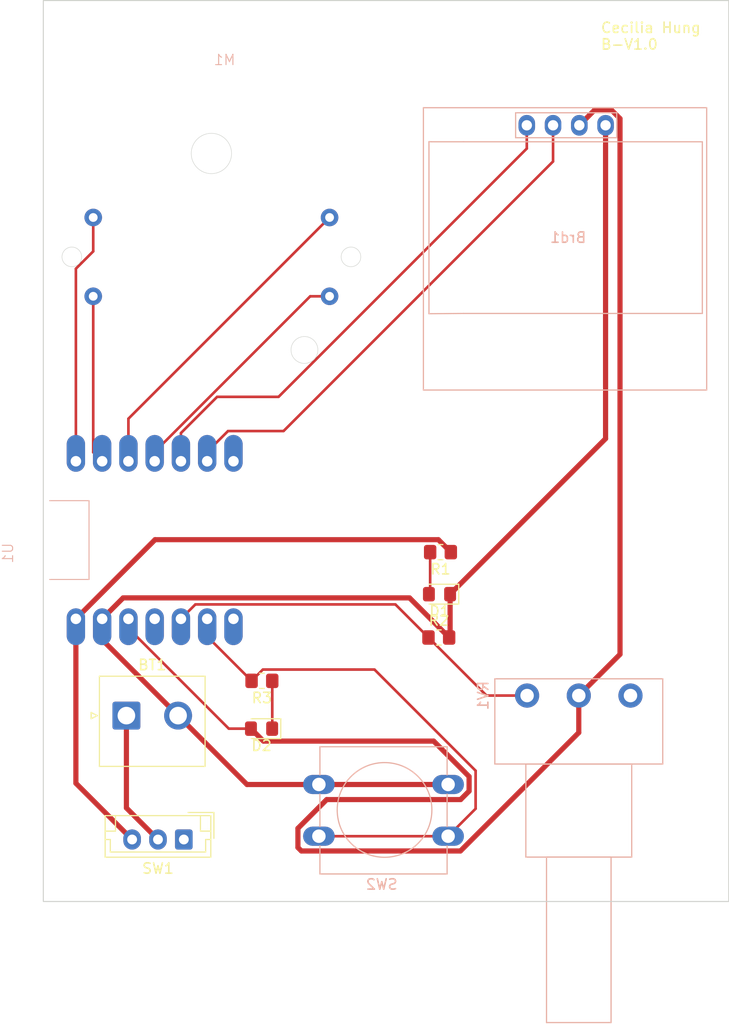
<source format=kicad_pcb>
(kicad_pcb (version 20221018) (generator pcbnew)
  (layers (0 "F.Cu" signal) (31 "B.Cu" signal) (34 "B.Paste" user) (35 "F.Paste" user) (36 "B.SilkS" user "B.Silkscreen") (37 "F.SilkS" user "F.Silkscreen") (38 "B.Mask" user) (39 "F.Mask" user) (44 "Edge.Cuts" user))
  (net 0 "")
  (net 1 "Net-(Brd1-SDA)")
  (net 2 "Net-(Brd1-SCL)")
  (net 3 "GND")
  (net 4 "/3V3")
  (net 5 "/BAT")
  (net 6 "Net-(D1-A)")
  (net 7 "Net-(D2-K)")
  (net 8 "Net-(U1-GPIO1_A0_D0)")
  (net 9 "Net-(M1--)")
  (net 10 "Net-(U1-GPIO3_A2_D2)")
  (net 11 "Net-(U1-GPIO4_A3_D3)")
  (net 12 "/VCC")
  (net 13 "Net-(U1-GPIO8_A9_D9_CIPO)")
  (net 14 "Net-(SW2-A)")
  (footprint "Connector_JST:JST_NV_B02P-NV_1x02_P5.00mm_Vertical" (layer "F.Cu") (at 74.5829 125.2816)
    (fp_text reference "BT1" (at 2.5 -4.9) (layer "F.SilkS"))
    (fp_text value "Battery_Cell")
    (fp_line (start -3.41 -0.3) (end -2.81 0) (stroke (width 0.12)) (layer "F.SilkS"))
    (fp_line (start -3.41 0.3) (end -3.41 -0.3) (stroke (width 0.12)) (layer "F.SilkS"))
    (fp_line (start -2.81 0) (end -3.41 0.3) (stroke (width 0.12)) (layer "F.SilkS"))
    (fp_line (start -2.61 -3.81) (end -2.61 4.91) (stroke (width 0.12)) (layer "F.SilkS"))
    (fp_line (start -2.61 4.91) (end 7.61 4.91) (stroke (width 0.12)) (layer "F.SilkS"))
    (fp_line (start 7.61 -3.81) (end -2.61 -3.81) (stroke (width 0.12)) (layer "F.SilkS"))
    (fp_line (start 7.61 4.91) (end 7.61 -3.81) (stroke (width 0.12)) (layer "F.SilkS"))
    (pad "1" thru_hole roundrect (at 0 0) (size 2.7 2.7) (drill 1.7) (layers "*.Cu" "*.Mask") (roundrect_rratio 0.09259296296) (net 5 "/BAT"))
    (pad "2" thru_hole circle (at 5 0) (size 2.7 2.7) (drill 1.7) (layers "*.Cu" "*.Mask") (net 3 "GND"))
  )
  (footprint "LED_SMD:LED_0805_2012Metric_Pad1.15x1.40mm_HandSolder" (layer "F.Cu") (at 104.8676 113.538 180)
    (fp_text reference "D1" (at 0 -1.65) (layer "F.SilkS"))
    (fp_text value "LED")
    (fp_line (start -1.86 -0.96) (end -1.86 0.96) (stroke (width 0.12)) (layer "F.SilkS"))
    (fp_line (start -1.86 0.96) (end 1 0.96) (stroke (width 0.12)) (layer "F.SilkS"))
    (fp_line (start 1 -0.96) (end -1.86 -0.96) (stroke (width 0.12)) (layer "F.SilkS"))
    (pad "1" smd roundrect (at -1.025 0 180) (size 1.15 1.4) (layers "F.Cu" "F.Paste" "F.Mask") (roundrect_rratio 0.2173913043) (net 3 "GND"))
    (pad "2" smd roundrect (at 1.025 0 180) (size 1.15 1.4) (layers "F.Cu" "F.Paste" "F.Mask") (roundrect_rratio 0.2173913043) (net 6 "Net-(D1-A)"))
  )
  (footprint "Connector_JST:JST_EH_B3B-EH-A_1x03_P2.50mm_Vertical" (layer "F.Cu") (at 80.137 137.2616 180)
    (fp_text reference "SW1" (at 2.5 -2.8) (layer "F.SilkS"))
    (fp_text value "SW_SPDT")
    (fp_line (start -2.91 0.11) (end -2.91 2.61) (stroke (width 0.12)) (layer "F.SilkS"))
    (fp_line (start -2.91 2.61) (end -0.41 2.61) (stroke (width 0.12)) (layer "F.SilkS"))
    (fp_line (start -2.61 -1.71) (end -2.61 2.31) (stroke (width 0.12)) (layer "F.SilkS"))
    (fp_line (start -2.61 0) (end -2.11 0) (stroke (width 0.12)) (layer "F.SilkS"))
    (fp_line (start -2.61 0.81) (end -1.61 0.81) (stroke (width 0.12)) (layer "F.SilkS"))
    (fp_line (start -2.61 2.31) (end 7.61 2.31) (stroke (width 0.12)) (layer "F.SilkS"))
    (fp_line (start -2.11 -1.21) (end 7.11 -1.21) (stroke (width 0.12)) (layer "F.SilkS"))
    (fp_line (start -2.11 0) (end -2.11 -1.21) (stroke (width 0.12)) (layer "F.SilkS"))
    (fp_line (start -1.61 0.81) (end -1.61 2.31) (stroke (width 0.12)) (layer "F.SilkS"))
    (fp_line (start 6.61 0.81) (end 6.61 2.31) (stroke (width 0.12)) (layer "F.SilkS"))
    (fp_line (start 7.11 -1.21) (end 7.11 0) (stroke (width 0.12)) (layer "F.SilkS"))
    (fp_line (start 7.11 0) (end 7.61 0) (stroke (width 0.12)) (layer "F.SilkS"))
    (fp_line (start 7.61 -1.71) (end -2.61 -1.71) (stroke (width 0.12)) (layer "F.SilkS"))
    (fp_line (start 7.61 0.81) (end 6.61 0.81) (stroke (width 0.12)) (layer "F.SilkS"))
    (fp_line (start 7.61 2.31) (end 7.61 -1.71) (stroke (width 0.12)) (layer "F.SilkS"))
    (pad "1" thru_hole roundrect (at 0 0 180) (size 1.7 1.95) (drill 0.95) (layers "*.Cu" "*.Mask") (roundrect_rratio 0.1470588235))
    (pad "2" thru_hole oval (at 2.5 0 180) (size 1.7 1.95) (drill 0.95) (layers "*.Cu" "*.Mask") (net 5 "/BAT"))
    (pad "3" thru_hole oval (at 5 0 180) (size 1.7 1.95) (drill 0.95) (layers "*.Cu" "*.Mask") (net 12 "/VCC"))
  )
  (footprint "Resistor_SMD:R_0805_2012Metric_Pad1.20x1.40mm_HandSolder" (layer "F.Cu") (at 104.8004 117.729)
    (fp_text reference "R2" (at 0 -1.65) (layer "F.SilkS"))
    (fp_text value "1kΩ")
    (fp_line (start -0.227064 -0.735) (end 0.227064 -0.735) (stroke (width 0.12)) (layer "F.SilkS"))
    (fp_line (start -0.227064 0.735) (end 0.227064 0.735) (stroke (width 0.12)) (layer "F.SilkS"))
    (pad "1" smd roundrect (at -1 0) (size 1.2 1.4) (layers "F.Cu" "F.Paste" "F.Mask") (roundrect_rratio 0.2083333333) (net 13 "Net-(U1-GPIO8_A9_D9_CIPO)"))
    (pad "2" smd roundrect (at 1 0) (size 1.2 1.4) (layers "F.Cu" "F.Paste" "F.Mask") (roundrect_rratio 0.2083333333) (net 3 "GND"))
  )
  (footprint "Resistor_SMD:R_0805_2012Metric_Pad1.20x1.40mm_HandSolder" (layer "F.Cu") (at 87.6902 121.92 180)
    (fp_text reference "R3" (at 0 -1.65) (layer "F.SilkS"))
    (fp_text value "65Ω")
    (fp_line (start -0.227064 -0.735) (end 0.227064 -0.735) (stroke (width 0.12)) (layer "F.SilkS"))
    (fp_line (start -0.227064 0.735) (end 0.227064 0.735) (stroke (width 0.12)) (layer "F.SilkS"))
    (pad "1" smd roundrect (at -1 0 180) (size 1.2 1.4) (layers "F.Cu" "F.Paste" "F.Mask") (roundrect_rratio 0.2083333333) (net 7 "Net-(D2-K)"))
    (pad "2" smd roundrect (at 1 0 180) (size 1.2 1.4) (layers "F.Cu" "F.Paste" "F.Mask") (roundrect_rratio 0.2083333333) (net 14 "Net-(SW2-A)"))
  )
  (footprint "LED_SMD:LED_0805_2012Metric_Pad1.15x1.40mm_HandSolder" (layer "F.Cu") (at 87.6554 126.5428 180)
    (fp_text reference "D2" (at 0 -1.65) (layer "F.SilkS"))
    (fp_text value "LED")
    (fp_line (start -1.86 -0.96) (end -1.86 0.96) (stroke (width 0.12)) (layer "F.SilkS"))
    (fp_line (start -1.86 0.96) (end 1 0.96) (stroke (width 0.12)) (layer "F.SilkS"))
    (fp_line (start 1 -0.96) (end -1.86 -0.96) (stroke (width 0.12)) (layer "F.SilkS"))
    (pad "1" smd roundrect (at -1.025 0 180) (size 1.15 1.4) (layers "F.Cu" "F.Paste" "F.Mask") (roundrect_rratio 0.2173913043) (net 7 "Net-(D2-K)"))
    (pad "2" smd roundrect (at 1.025 0 180) (size 1.15 1.4) (layers "F.Cu" "F.Paste" "F.Mask") (roundrect_rratio 0.2173913043) (net 4 "/3V3"))
  )
  (footprint "Resistor_SMD:R_0805_2012Metric_Pad1.20x1.40mm_HandSolder" (layer "F.Cu") (at 104.9622 109.474 180)
    (fp_text reference "R1" (at 0 -1.65) (layer "F.SilkS"))
    (fp_text value "85Ω")
    (fp_line (start -0.227064 -0.735) (end 0.227064 -0.735) (stroke (width 0.12)) (layer "F.SilkS"))
    (fp_line (start -0.227064 0.735) (end 0.227064 0.735) (stroke (width 0.12)) (layer "F.SilkS"))
    (pad "1" smd roundrect (at -1 0 180) (size 1.2 1.4) (layers "F.Cu" "F.Paste" "F.Mask") (roundrect_rratio 0.2083333333) (net 12 "/VCC"))
    (pad "2" smd roundrect (at 1 0 180) (size 1.2 1.4) (layers "F.Cu" "F.Paste" "F.Mask") (roundrect_rratio 0.2083333333) (net 6 "Net-(D1-A)"))
  )
  (footprint "demo_ssd1306:128x64OLED" (layer "B.Cu") (at 117.3094 78.799 180)
    (fp_text reference "Brd1" (at 0 -0.254) (layer "B.SilkS") (effects (justify mirror)))
    (fp_text value "SSD1306")
    (fp_line (start -13.4 -15) (end -13.4 12.3) (stroke (width 0.12)) (layer "B.SilkS"))
    (fp_line (start -13.4 12.3) (end 14 12.3) (stroke (width 0.12)) (layer "B.SilkS"))
    (fp_line (start -12.978 -7.595) (end -12.978 9.005) (stroke (width 0.12)) (layer "B.SilkS"))
    (fp_line (start -12.978 9.005) (end 10.122 9.005) (stroke (width 0.12)) (layer "B.SilkS"))
    (fp_line (start -4.699 11.811) (end -4.699 9.398) (stroke (width 0.12)) (layer "B.SilkS"))
    (fp_line (start -4.699 11.811) (end 5.08 11.811) (stroke (width 0.12)) (layer "B.SilkS"))
    (fp_line (start 5.08 9.398) (end -4.699 9.398) (stroke (width 0.12)) (layer "B.SilkS"))
    (fp_line (start 5.08 11.811) (end 5.08 9.398) (stroke (width 0.12)) (layer "B.SilkS"))
    (fp_line (start 10.122 -7.595) (end -12.978 -7.595) (stroke (width 0.12)) (layer "B.SilkS"))
    (fp_line (start 10.122 -7.595) (end 13.462 -7.62) (stroke (width 0.12)) (layer "B.SilkS"))
    (fp_line (start 10.122 9.005) (end 13.208 9.005) (stroke (width 0.12)) (layer "B.SilkS"))
    (fp_line (start 13.462 -7.62) (end 13.462 9.017) (stroke (width 0.12)) (layer "B.SilkS"))
    (fp_line (start 13.462 9.017) (end 13.208 9.005) (stroke (width 0.12)) (layer "B.SilkS"))
    (fp_line (start 14 -15) (end -13.4 -15) (stroke (width 0.12)) (layer "B.SilkS"))
    (fp_line (start 14 12.3) (end 14 -15) (stroke (width 0.12)) (layer "B.SilkS"))
    (pad "1" thru_hole oval (at -3.62 10.6 90) (size 2 1.6) (drill 1) (layers "*.Cu" "*.Mask") (net 3 "GND"))
    (pad "2" thru_hole oval (at -1.08 10.6 90) (size 2 1.6) (drill 1) (layers "*.Cu" "*.Mask") (net 4 "/3V3"))
    (pad "3" thru_hole oval (at 1.46 10.6 90) (size 2 1.6) (drill 1) (layers "*.Cu" "*.Mask") (net 2 "Net-(Brd1-SCL)"))
    (pad "4" thru_hole oval (at 4 10.6 90) (size 2 1.6) (drill 1) (layers "*.Cu" "*.Mask") (net 1 "Net-(Brd1-SDA)"))
  )
  (footprint "Potentiometer_THT:Potentiometer_Piher_PC-16_Single_Horizontal" (layer "B.Cu") (at 123.3386 123.3424 -90)
    (fp_text reference "RV1" (at 0 14.25 90) (layer "B.SilkS") (effects (justify mirror)))
    (fp_text value "5kΩ")
    (fp_line (start -1.62 -3.12) (end 6.62 -3.12) (stroke (width 0.12)) (layer "B.SilkS"))
    (fp_line (start -1.62 13.12) (end -1.62 -3.12) (stroke (width 0.12)) (layer "B.SilkS"))
    (fp_line (start -1.62 13.12) (end 6.62 13.12) (stroke (width 0.12)) (layer "B.SilkS"))
    (fp_line (start 6.62 -0.12) (end 15.62 -0.12) (stroke (width 0.12)) (layer "B.SilkS"))
    (fp_line (start 6.62 10.12) (end 6.62 -0.12) (stroke (width 0.12)) (layer "B.SilkS"))
    (fp_line (start 6.62 10.12) (end 15.62 10.12) (stroke (width 0.12)) (layer "B.SilkS"))
    (fp_line (start 6.62 13.12) (end 6.62 -3.12) (stroke (width 0.12)) (layer "B.SilkS"))
    (fp_line (start 15.62 1.879) (end 31.62 1.879) (stroke (width 0.12)) (layer "B.SilkS"))
    (fp_line (start 15.62 8.12) (end 15.62 1.879) (stroke (width 0.12)) (layer "B.SilkS"))
    (fp_line (start 15.62 8.12) (end 31.62 8.12) (stroke (width 0.12)) (layer "B.SilkS"))
    (fp_line (start 15.62 10.12) (end 15.62 -0.12) (stroke (width 0.12)) (layer "B.SilkS"))
    (fp_line (start 31.62 8.12) (end 31.62 1.879) (stroke (width 0.12)) (layer "B.SilkS"))
    (pad "1" thru_hole circle (at 0 0 270) (size 2.34 2.34) (drill 1.3) (layers "*.Cu" "*.Mask"))
    (pad "2" thru_hole circle (at 0 5 270) (size 2.34 2.34) (drill 1.3) (layers "*.Cu" "*.Mask") (net 4 "/3V3"))
    (pad "3" thru_hole circle (at 0 10 270) (size 2.34 2.34) (drill 1.3) (layers "*.Cu" "*.Mask") (net 13 "Net-(U1-GPIO8_A9_D9_CIPO)"))
  )
  (footprint "demo_esp32:XIAO_ESP32_SENSE" (layer "B.Cu") (at 77.3176 108.3056 -90)
    (fp_text reference "U1" (at 1.27 14.2 90 unlocked) (layer "B.SilkS") (effects (font (thickness 0.1)) (justify mirror)))
    (fp_text value "~")
    (fp_line (start -3.81 6.35) (end 3.81 6.35) (stroke (width 0.1)) (layer "B.SilkS"))
    (fp_line (start -3.81 10.16) (end -3.81 6.35) (stroke (width 0.1)) (layer "B.SilkS"))
    (fp_line (start 3.81 6.35) (end 3.81 10.16) (stroke (width 0.1)) (layer "B.SilkS"))
    (pad "1" thru_hole oval (at -7.62 7.62 270) (size 3.556 1.778) (drill 1.016 (offset -0.762 0)) (layers "*.Cu" "*.Mask") (net 8 "Net-(U1-GPIO1_A0_D0)"))
    (pad "2" thru_hole oval (at -7.62 5.08 270) (size 3.556 1.778) (drill 1.016 (offset -0.762 0)) (layers "*.Cu" "*.Mask") (net 9 "Net-(M1--)"))
    (pad "3" thru_hole oval (at -7.62 2.54 270) (size 3.556 1.778) (drill 1.016 (offset -0.762 0)) (layers "*.Cu" "*.Mask") (net 10 "Net-(U1-GPIO3_A2_D2)"))
    (pad "4" thru_hole oval (at -7.62 0 270) (size 3.556 1.778) (drill 1.016 (offset -0.762 0)) (layers "*.Cu" "*.Mask") (net 11 "Net-(U1-GPIO4_A3_D3)"))
    (pad "5" thru_hole oval (at -7.62 -2.54 270) (size 3.556 1.778) (drill 1.016 (offset -0.762 0)) (layers "*.Cu" "*.Mask") (net 1 "Net-(Brd1-SDA)"))
    (pad "6" thru_hole oval (at -7.62 -5.08 270) (size 3.556 1.778) (drill 1.016 (offset -0.762 0)) (layers "*.Cu" "*.Mask") (net 2 "Net-(Brd1-SCL)"))
    (pad "7" thru_hole oval (at -7.62 -7.62 270) (size 3.556 1.778) (drill 1.016 (offset -0.762 0)) (layers "*.Cu" "*.Mask"))
    (pad "8" thru_hole oval (at 7.62 7.62 270) (size 3.556 1.778) (drill 1.016 (offset 0.762 0)) (layers "*.Cu" "*.Mask") (net 12 "/VCC"))
    (pad "9" thru_hole oval (at 7.62 5.08 270) (size 3.556 1.778) (drill 1.016 (offset 0.762 0)) (layers "*.Cu" "*.Mask") (net 3 "GND"))
    (pad "10" thru_hole oval (at 7.62 2.54 270) (size 3.556 1.778) (drill 1.016 (offset 0.762 0)) (layers "*.Cu" "*.Mask") (net 4 "/3V3"))
    (pad "11" thru_hole oval (at 7.62 0 270) (size 3.556 1.778) (drill 1.016 (offset 0.762 0)) (layers "*.Cu" "*.Mask"))
    (pad "12" thru_hole oval (at 7.62 -2.54 270) (size 3.556 1.778) (drill 1.016 (offset 0.762 0)) (layers "*.Cu" "*.Mask") (net 13 "Net-(U1-GPIO8_A9_D9_CIPO)"))
    (pad "13" thru_hole oval (at 7.62 -5.08 270) (size 3.556 1.778) (drill 1.016 (offset 0.762 0)) (layers "*.Cu" "*.Mask") (net 14 "Net-(SW2-A)"))
    (pad "14" thru_hole oval (at 7.62 -7.62 270) (size 3.556 1.778) (drill 1.016 (offset 0.762 0)) (layers "*.Cu" "*.Mask"))
  )
  (footprint "demo_motor:x27_stepper" (layer "B.Cu") (at 80.264 91.0844 180)
    (fp_text reference "M1" (at -3.81 29.21 unlocked) (layer "B.SilkS") (effects (font (thickness 0.1)) (justify mirror)))
    (fp_text value "Stepper_Motor_bipolar")
    (fp_circle (center -16.04 10.16) (end -15.09 10.16) (stroke (width 0.05)) (fill none) (layer "Edge.Cuts"))
    (fp_circle (center -11.54 1.16) (end -10.24 1.16) (stroke (width 0.05)) (fill none) (layer "Edge.Cuts"))
    (fp_circle (center -2.54 20.16) (end -0.59 20.16) (stroke (width 0.05)) (fill none) (layer "Edge.Cuts"))
    (fp_circle (center 10.96 10.16) (end 11.91 10.16) (stroke (width 0.05)) (fill none) (layer "Edge.Cuts"))
    (pad "1" thru_hole circle (at 8.89 13.97 180) (size 1.7 1.7) (drill 0.85) (layers "*.Cu" "*.Mask") (net 8 "Net-(U1-GPIO1_A0_D0)"))
    (pad "2" thru_hole circle (at 8.89 6.35 180) (size 1.7 1.7) (drill 0.85) (layers "*.Cu" "*.Mask") (net 9 "Net-(M1--)"))
    (pad "3" thru_hole circle (at -13.97 6.35 180) (size 1.7 1.7) (drill 0.85) (layers "*.Cu" "*.Mask") (net 11 "Net-(U1-GPIO4_A3_D3)"))
    (pad "4" thru_hole circle (at -13.97 13.97 180) (size 1.7 1.7) (drill 0.85) (layers "*.Cu" "*.Mask") (net 10 "Net-(U1-GPIO3_A2_D2)"))
  )
  (footprint "Button_Switch_THT:SW_PUSH-12mm" (layer "B.Cu") (at 93.201 136.9422)
    (fp_text reference "SW2" (at 6.08 4.66) (layer "B.SilkS") (effects (justify mirror)))
    (fp_text value "SW_SPST")
    (fp_line (start 0.1 -8.65) (end 0.1 -5.93) (stroke (width 0.12)) (layer "B.SilkS"))
    (fp_line (start 0.1 -4.07) (end 0.1 -0.93) (stroke (width 0.12)) (layer "B.SilkS"))
    (fp_line (start 0.1 0.93) (end 0.1 3.65) (stroke (width 0.12)) (layer "B.SilkS"))
    (fp_line (start 0.1 3.65) (end 12.4 3.65) (stroke (width 0.12)) (layer "B.SilkS"))
    (fp_line (start 12.4 -8.65) (end 0.1 -8.65) (stroke (width 0.12)) (layer "B.SilkS"))
    (fp_line (start 12.4 -5.93) (end 12.4 -8.65) (stroke (width 0.12)) (layer "B.SilkS"))
    (fp_line (start 12.4 -0.93) (end 12.4 -4.07) (stroke (width 0.12)) (layer "B.SilkS"))
    (fp_line (start 12.4 3.65) (end 12.4 0.93) (stroke (width 0.12)) (layer "B.SilkS"))
    (fp_circle (center 6.35 -2.54) (end 10.16 -5.08) (stroke (width 0.12)) (fill none) (layer "B.SilkS"))
    (pad "1" thru_hole oval (at 0 0) (size 3.048 1.85) (drill 1.3) (layers "*.Cu" "*.Mask") (net 14 "Net-(SW2-A)"))
    (pad "1" thru_hole oval (at 12.5 0) (size 3.048 1.85) (drill 1.3) (layers "*.Cu" "*.Mask") (net 14 "Net-(SW2-A)"))
    (pad "2" thru_hole oval (at 0 -5) (size 3.048 1.85) (drill 1.3) (layers "*.Cu" "*.Mask") (net 3 "GND"))
    (pad "2" thru_hole oval (at 12.5 -5) (size 3.048 1.85) (drill 1.3) (layers "*.Cu" "*.Mask") (net 3 "GND"))
  )
  (gr_rect (start 66.548 56.134) (end 132.842 143.256) (stroke (width 0.1)) (fill none) (layer "Edge.Cuts"))
  (gr_text "Cecilia Hung\nB-V1.0" (at 120.396 60.96) (layer "F.SilkS") (effects (font (size 1 1)) (justify left bottom)))
  (segment (start 113.3094 70.44838) (end 89.300595 94.457185) (width 0.254) (layer "F.Cu") (net 1))
  (segment (start 79.8576 97.956969) (end 79.8576 100.6856) (width 0.254) (layer "F.Cu") (net 1))
  (segment (start 83.357384 94.457185) (end 79.8576 97.956969) (width 0.254) (layer "F.Cu") (net 1))
  (segment (start 89.300595 94.457185) (end 83.357384 94.457185) (width 0.254) (layer "F.Cu") (net 1))
  (segment (start 113.3094 68.199) (end 113.3094 70.44838) (width 0.254) (layer "F.Cu") (net 1))
  (segment (start 115.8494 71.696851) (end 89.781651 97.7646) (width 0.254) (layer "F.Cu") (net 2))
  (segment (start 89.781651 97.7646) (end 84.411549 97.7646) (width 0.254) (layer "F.Cu") (net 2))
  (segment (start 115.8494 68.199) (end 115.8494 71.696851) (width 0.254) (layer "F.Cu") (net 2))
  (segment (start 84.411549 97.7646) (end 82.3976 99.778549) (width 0.254) (layer "F.Cu") (net 2))
  (segment (start 82.3976 99.778549) (end 82.3976 100.6856) (width 0.254) (layer "F.Cu") (net 2))
  (segment (start 101.969 113.8976) (end 74.2656 113.8976) (width 0.5) (layer "F.Cu") (net 3))
  (segment (start 86.2435 131.9422) (end 79.5829 125.2816) (width 0.5) (layer "F.Cu") (net 3))
  (segment (start 93.201 131.9422) (end 105.701 131.9422) (width 0.5) (layer "F.Cu") (net 3))
  (segment (start 105.8926 117.6368) (end 105.8004 117.729) (width 0.5) (layer "F.Cu") (net 3))
  (segment (start 120.9294 98.5012) (end 105.8926 113.538) (width 0.5) (layer "F.Cu") (net 3))
  (segment (start 93.201 131.9422) (end 86.2435 131.9422) (width 0.5) (layer "F.Cu") (net 3))
  (segment (start 72.2376 117.9363) (end 72.2376 115.9256) (width 0.5) (layer "F.Cu") (net 3))
  (segment (start 105.8926 113.538) (end 105.8926 117.6368) (width 0.5) (layer "F.Cu") (net 3))
  (segment (start 120.9294 68.199) (end 120.9294 98.5012) (width 0.5) (layer "F.Cu") (net 3))
  (segment (start 74.2656 113.8976) (end 72.2376 115.9256) (width 0.5) (layer "F.Cu") (net 3))
  (segment (start 105.8004 117.729) (end 101.969 113.8976) (width 0.5) (layer "F.Cu") (net 3))
  (segment (start 79.5829 125.2816) (end 72.2376 117.9363) (width 0.5) (layer "F.Cu") (net 3))
  (segment (start 107.729 131.1732) (end 104.3026 127.7468) (width 0.5) (layer "F.Cu") (net 4))
  (segment (start 104.3026 127.7468) (end 87.8344 127.7468) (width 0.5) (layer "F.Cu") (net 4))
  (segment (start 107.729 132.5804) (end 107.729 131.1732) (width 0.5) (layer "F.Cu") (net 4))
  (segment (start 91.173 136.1824) (end 93.9546 133.4008) (width 0.5) (layer "F.Cu") (net 4))
  (segment (start 121.469534 66.695) (end 122.3264 67.551866) (width 0.5) (layer "F.Cu") (net 4))
  (segment (start 118.3386 126.924511) (end 106.891911 138.3712) (width 0.5) (layer "F.Cu") (net 4))
  (segment (start 106.9086 133.4008) (end 107.729 132.5804) (width 0.5) (layer "F.Cu") (net 4))
  (segment (start 122.3264 67.551866) (end 122.3264 119.3546) (width 0.5) (layer "F.Cu") (net 4))
  (segment (start 84.487749 126.5428) (end 74.7776 116.832651) (width 0.254) (layer "F.Cu") (net 4))
  (segment (start 93.9546 133.4008) (end 106.9086 133.4008) (width 0.5) (layer "F.Cu") (net 4))
  (segment (start 87.8344 127.7468) (end 86.6304 126.5428) (width 0.5) (layer "F.Cu") (net 4))
  (segment (start 86.6304 126.5428) (end 84.487749 126.5428) (width 0.254) (layer "F.Cu") (net 4))
  (segment (start 106.891911 138.3712) (end 91.5082 138.3712) (width 0.5) (layer "F.Cu") (net 4))
  (segment (start 91.5082 138.3712) (end 91.173 138.036) (width 0.5) (layer "F.Cu") (net 4))
  (segment (start 74.7776 116.832651) (end 74.7776 115.9256) (width 0.254) (layer "F.Cu") (net 4))
  (segment (start 118.3894 68.199) (end 119.8934 66.695) (width 0.5) (layer "F.Cu") (net 4))
  (segment (start 91.173 138.036) (end 91.173 136.1824) (width 0.5) (layer "F.Cu") (net 4))
  (segment (start 119.8934 66.695) (end 121.469534 66.695) (width 0.5) (layer "F.Cu") (net 4))
  (segment (start 86.6902 126.483) (end 86.6304 126.5428) (width 0.254) (layer "F.Cu") (net 4))
  (segment (start 118.3386 123.3424) (end 118.3386 126.924511) (width 0.5) (layer "F.Cu") (net 4))
  (segment (start 122.3264 119.3546) (end 118.3386 123.3424) (width 0.5) (layer "F.Cu") (net 4))
  (segment (start 74.5829 125.2816) (end 74.5829 134.2075) (width 0.5) (layer "F.Cu") (net 5))
  (segment (start 74.5829 134.2075) (end 77.637 137.2616) (width 0.5) (layer "F.Cu") (net 5))
  (segment (start 103.9622 109.474) (end 103.9622 113.4184) (width 0.254) (layer "F.Cu") (net 6))
  (segment (start 103.9622 113.4184) (end 103.8426 113.538) (width 0.254) (layer "F.Cu") (net 6))
  (segment (start 103.8426 113.466844) (end 103.8426 113.538) (width 0.5) (layer "F.Cu") (net 6))
  (segment (start 88.6902 121.92) (end 88.6902 126.533) (width 0.254) (layer "F.Cu") (net 7))
  (segment (start 88.6902 126.533) (end 88.6804 126.5428) (width 0.254) (layer "F.Cu") (net 7))
  (segment (start 71.374 77.1144) (end 71.374 80.388513) (width 0.254) (layer "F.Cu") (net 8))
  (segment (start 69.6976 82.064913) (end 69.6976 100.6856) (width 0.254) (layer "F.Cu") (net 8))
  (segment (start 71.374 80.388513) (end 69.6976 82.064913) (width 0.254) (layer "F.Cu") (net 8))
  (segment (start 71.374 99.822) (end 72.2376 100.6856) (width 0.254) (layer "F.Cu") (net 9))
  (segment (start 71.374 84.7344) (end 71.374 99.822) (width 0.254) (layer "F.Cu") (net 9))
  (segment (start 94.234 77.1144) (end 74.7776 96.5708) (width 0.254) (layer "F.Cu") (net 10))
  (segment (start 74.7776 96.5708) (end 74.7776 100.6856) (width 0.254) (layer "F.Cu") (net 10))
  (segment (start 77.3176 99.778549) (end 77.3176 100.6856) (width 0.254) (layer "F.Cu") (net 11))
  (segment (start 92.361749 84.7344) (end 77.3176 99.778549) (width 0.254) (layer "F.Cu") (net 11))
  (segment (start 94.234 84.7344) (end 92.361749 84.7344) (width 0.254) (layer "F.Cu") (net 11))
  (segment (start 77.3532 108.27) (end 69.6976 115.9256) (width 0.5) (layer "F.Cu") (net 12))
  (segment (start 69.6976 131.8222) (end 69.6976 115.9256) (width 0.5) (layer "F.Cu") (net 12))
  (segment (start 104.7582 108.27) (end 77.3532 108.27) (width 0.5) (layer "F.Cu") (net 12))
  (segment (start 75.137 137.2616) (end 69.6976 131.8222) (width 0.5) (layer "F.Cu") (net 12))
  (segment (start 105.9622 109.474) (end 104.7582 108.27) (width 0.5) (layer "F.Cu") (net 12))
  (segment (start 113.3386 123.3424) (end 109.4138 123.3424) (width 0.254) (layer "F.Cu") (net 13))
  (segment (start 100.6 114.5286) (end 103.8004 117.729) (width 0.254) (layer "F.Cu") (net 13))
  (segment (start 109.4138 123.3424) (end 103.8004 117.729) (width 0.254) (layer "F.Cu") (net 13))
  (segment (start 81.2546 114.5286) (end 100.6 114.5286) (width 0.254) (layer "F.Cu") (net 13))
  (segment (start 79.8576 115.9256) (end 81.2546 114.5286) (width 0.254) (layer "F.Cu") (net 13))
  (segment (start 86.6902 121.92) (end 82.3976 117.6274) (width 0.254) (layer "F.Cu") (net 14))
  (segment (start 108.36 134.2832) (end 108.36 130.6104) (width 0.254) (layer "F.Cu") (net 14))
  (segment (start 98.5774 120.8278) (end 87.7824 120.8278) (width 0.254) (layer "F.Cu") (net 14))
  (segment (start 87.7824 120.8278) (end 86.6902 121.92) (width 0.254) (layer "F.Cu") (net 14))
  (segment (start 93.201 136.9422) (end 105.701 136.9422) (width 0.254) (layer "F.Cu") (net 14))
  (segment (start 105.701 136.9422) (end 108.36 134.2832) (width 0.254) (layer "F.Cu") (net 14))
  (segment (start 82.3976 117.6274) (end 82.3976 115.9256) (width 0.254) (layer "F.Cu") (net 14))
  (segment (start 108.36 130.6104) (end 98.5774 120.8278) (width 0.254) (layer "F.Cu") (net 14))
)
</source>
